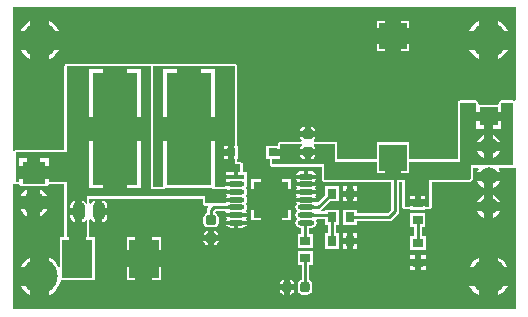
<source format=gtl>
G04*
G04 #@! TF.GenerationSoftware,Altium Limited,Altium Designer,19.1.6 (110)*
G04*
G04 Layer_Physical_Order=1*
G04 Layer_Color=255*
%FSLAX43Y43*%
%MOMM*%
G71*
G01*
G75*
%ADD13C,0.254*%
%ADD32R,0.800X0.750*%
%ADD33R,2.500X3.200*%
%ADD34R,0.900X0.800*%
%ADD35R,0.800X0.900*%
G04:AMPARAMS|DCode=36|XSize=0.9mm|YSize=0.8mm|CornerRadius=0.2mm|HoleSize=0mm|Usage=FLASHONLY|Rotation=0.000|XOffset=0mm|YOffset=0mm|HoleType=Round|Shape=RoundedRectangle|*
%AMROUNDEDRECTD36*
21,1,0.900,0.400,0,0,0.0*
21,1,0.500,0.800,0,0,0.0*
1,1,0.400,0.250,-0.200*
1,1,0.400,-0.250,-0.200*
1,1,0.400,-0.250,0.200*
1,1,0.400,0.250,0.200*
%
%ADD36ROUNDEDRECTD36*%
%ADD37R,1.400X0.450*%
%ADD38O,1.400X0.450*%
%ADD39R,3.000X3.100*%
%ADD40R,3.750X9.500*%
%ADD41R,0.950X0.800*%
G04:AMPARAMS|DCode=42|XSize=1.4mm|YSize=1mm|CornerRadius=0.25mm|HoleSize=0mm|Usage=FLASHONLY|Rotation=90.000|XOffset=0mm|YOffset=0mm|HoleType=Round|Shape=RoundedRectangle|*
%AMROUNDEDRECTD42*
21,1,1.400,0.500,0,0,90.0*
21,1,0.900,1.000,0,0,90.0*
1,1,0.500,0.250,0.450*
1,1,0.500,0.250,-0.450*
1,1,0.500,-0.250,-0.450*
1,1,0.500,-0.250,0.450*
%
%ADD42ROUNDEDRECTD42*%
G04:AMPARAMS|DCode=43|XSize=0.9mm|YSize=0.8mm|CornerRadius=0.2mm|HoleSize=0mm|Usage=FLASHONLY|Rotation=270.000|XOffset=0mm|YOffset=0mm|HoleType=Round|Shape=RoundedRectangle|*
%AMROUNDEDRECTD43*
21,1,0.900,0.400,0,0,270.0*
21,1,0.500,0.800,0,0,270.0*
1,1,0.400,-0.200,-0.250*
1,1,0.400,-0.200,0.250*
1,1,0.400,0.200,0.250*
1,1,0.400,0.200,-0.250*
%
%ADD43ROUNDEDRECTD43*%
%ADD44R,2.350X2.200*%
%ADD45C,3.000*%
%ADD46C,1.500*%
%ADD47R,1.500X1.500*%
%ADD48R,1.900X1.900*%
%ADD49C,1.900*%
%ADD50C,0.600*%
G36*
X92796Y67963D02*
X92683Y67891D01*
X92669Y67890D01*
X92600Y67904D01*
X91591D01*
X91587Y67903D01*
X91584Y67904D01*
X91549Y67895D01*
X91513Y67888D01*
X91510Y67886D01*
X91506Y67885D01*
X91477Y67864D01*
X91447Y67844D01*
X91445Y67841D01*
X91442Y67839D01*
X91423Y67808D01*
X91403Y67778D01*
X91402Y67774D01*
X91400Y67771D01*
X91359Y67661D01*
X91353Y67626D01*
X91346Y67590D01*
X91346Y67573D01*
X91260Y67490D01*
X89740D01*
X89654Y67573D01*
X89654Y67590D01*
X89647Y67626D01*
X89641Y67661D01*
X89600Y67771D01*
X89598Y67774D01*
X89597Y67778D01*
X89577Y67808D01*
X89558Y67839D01*
X89555Y67841D01*
X89553Y67844D01*
X89523Y67864D01*
X89494Y67885D01*
X89490Y67886D01*
X89487Y67888D01*
X89451Y67895D01*
X89416Y67904D01*
X89413Y67903D01*
X89409Y67904D01*
X88100D01*
X88022Y67888D01*
X87956Y67844D01*
X87912Y67778D01*
X87896Y67700D01*
Y62904D01*
X83775D01*
Y64350D01*
X81025D01*
Y62904D01*
X77704D01*
Y64200D01*
X77688Y64278D01*
X77644Y64344D01*
X77578Y64388D01*
X77500Y64404D01*
X75731D01*
X75723Y64412D01*
X75722Y64551D01*
X75738Y64562D01*
X75827Y64694D01*
X75845Y64785D01*
X75200D01*
X74555D01*
X74573Y64694D01*
X74661Y64562D01*
X74677Y64551D01*
X74677Y64528D01*
X74553Y64404D01*
X72880D01*
X72845Y64397D01*
X72809Y64391D01*
X72806Y64389D01*
X72802Y64388D01*
X72772Y64368D01*
X72741Y64350D01*
X72739Y64346D01*
X72736Y64344D01*
X72716Y64314D01*
X72695Y64285D01*
X72694Y64281D01*
X72691Y64278D01*
X72684Y64243D01*
X72676Y64208D01*
X72671Y64083D01*
X72549Y64075D01*
X71675D01*
Y62925D01*
X71996D01*
Y62500D01*
X72012Y62422D01*
X72056Y62356D01*
X72122Y62312D01*
X72200Y62296D01*
X76396D01*
Y61200D01*
X76412Y61122D01*
X76456Y61056D01*
X76522Y61012D01*
X76600Y60996D01*
X82267D01*
Y58638D01*
X81962Y58333D01*
X79350D01*
Y58650D01*
X78150D01*
Y57350D01*
X79350D01*
Y57667D01*
X82100D01*
X82228Y57692D01*
X82336Y57764D01*
X82836Y58264D01*
X82908Y58372D01*
X82933Y58500D01*
Y60996D01*
X83196D01*
Y58900D01*
X83212Y58822D01*
X83256Y58756D01*
X83322Y58712D01*
X83400Y58696D01*
X83850D01*
Y58650D01*
X85150D01*
Y58696D01*
X85500D01*
X85578Y58712D01*
X85644Y58756D01*
X85688Y58822D01*
X85704Y58900D01*
Y60996D01*
X88900D01*
X88900Y60996D01*
X88978Y61012D01*
X89044Y61056D01*
X89044Y61056D01*
X89144Y61156D01*
X89188Y61222D01*
X89204Y61300D01*
Y62196D01*
X89598D01*
X89654Y62082D01*
X89583Y61990D01*
X89529Y61860D01*
X90500D01*
X91471D01*
X91417Y61990D01*
X91346Y62082D01*
X91402Y62196D01*
X92600D01*
X92669Y62210D01*
X92683Y62209D01*
X92796Y62137D01*
Y50204D01*
X50204D01*
Y60859D01*
X50332Y60892D01*
X50356Y60856D01*
X50422Y60812D01*
X50500Y60796D01*
X50750D01*
X50850Y60686D01*
Y60620D01*
X53150D01*
Y60686D01*
X53250Y60796D01*
X54596D01*
Y56300D01*
X54250D01*
Y53814D01*
X54123Y53782D01*
X54004Y54005D01*
X53779Y54279D01*
X53505Y54504D01*
X53300Y54613D01*
Y53000D01*
Y51387D01*
X53505Y51496D01*
X53779Y51721D01*
X54004Y51995D01*
X54171Y52308D01*
X54274Y52647D01*
X54279Y52700D01*
X57150D01*
Y56300D01*
X56704D01*
Y57808D01*
X56822Y57869D01*
X56831Y57867D01*
X56926Y57726D01*
X57074Y57626D01*
X57200Y57601D01*
Y58500D01*
Y59399D01*
X57074Y59374D01*
X56926Y59274D01*
X56831Y59133D01*
X56822Y59131D01*
X56704Y59192D01*
Y59596D01*
X66296D01*
Y59200D01*
X66312Y59122D01*
X66356Y59056D01*
X66422Y59012D01*
X66500Y58996D01*
X66759D01*
X66807Y58879D01*
X66764Y58836D01*
X66692Y58728D01*
X66667Y58600D01*
Y58341D01*
X66594Y58327D01*
X66462Y58238D01*
X66373Y58106D01*
X66342Y57950D01*
Y57550D01*
X66373Y57394D01*
X66462Y57262D01*
X66594Y57173D01*
X66750Y57142D01*
X67250D01*
X67406Y57173D01*
X67538Y57262D01*
X67627Y57394D01*
X67658Y57550D01*
Y57950D01*
X67627Y58106D01*
X67538Y58238D01*
X67406Y58327D01*
X67333Y58341D01*
Y58462D01*
X67388Y58517D01*
X68223D01*
X68291Y58390D01*
X68275Y58366D01*
X68274Y58365D01*
X69150D01*
X70026D01*
X70025Y58366D01*
X69931Y58506D01*
Y58544D01*
X70025Y58684D01*
X70058Y58850D01*
X70025Y59016D01*
X69931Y59156D01*
Y59194D01*
X70025Y59334D01*
X70058Y59500D01*
X70025Y59666D01*
X69931Y59806D01*
Y59844D01*
X70025Y59984D01*
X70058Y60150D01*
X70025Y60316D01*
X69931Y60456D01*
Y60494D01*
X70025Y60634D01*
X70058Y60800D01*
X70039Y60898D01*
X70050Y61025D01*
D01*
D01*
X70050Y61025D01*
X70050D01*
X70050Y61025D01*
D01*
Y61579D01*
Y61875D01*
X69704D01*
Y62500D01*
X69688Y62578D01*
X69644Y62644D01*
X69578Y62688D01*
X69500Y62704D01*
X69204D01*
Y62925D01*
X69325D01*
Y64075D01*
X69204D01*
Y70800D01*
X69188Y70878D01*
X69144Y70944D01*
X69078Y70988D01*
X69000Y71004D01*
X62100D01*
X62022Y70988D01*
X61998Y70972D01*
X61974Y70988D01*
X61896Y71004D01*
X54800Y71004D01*
X54722Y70988D01*
X54656Y70944D01*
X54612Y70878D01*
X54596Y70800D01*
X54596Y63704D01*
X50500Y63704D01*
X50422Y63688D01*
X50356Y63644D01*
X50332Y63608D01*
X50204Y63641D01*
Y75796D01*
X92796D01*
Y67963D01*
D02*
G37*
G36*
X92600Y62400D02*
X90638D01*
X90500Y62418D01*
X90362Y62400D01*
X89000D01*
Y61300D01*
X88900Y61200D01*
X85500D01*
Y58900D01*
X85150D01*
Y58985D01*
X84500D01*
X83850D01*
Y58900D01*
X83400D01*
Y61200D01*
X76600D01*
Y62500D01*
X72200D01*
Y62925D01*
X72875D01*
Y63235D01*
X72275D01*
Y63765D01*
X72875D01*
Y64075D01*
X72875D01*
X72880Y64200D01*
X74675D01*
X74713Y64073D01*
X74662Y64038D01*
X74573Y63906D01*
X74555Y63815D01*
X75200D01*
X75845D01*
X75827Y63906D01*
X75738Y64038D01*
X75687Y64073D01*
X75725Y64200D01*
X77500D01*
Y62700D01*
X81025D01*
Y61750D01*
X81700D01*
Y63050D01*
X83100D01*
Y61750D01*
X83775D01*
Y62700D01*
X88100D01*
Y67700D01*
X89409D01*
X89450Y67590D01*
X89450Y67573D01*
Y66940D01*
X90500D01*
X91550D01*
Y67573D01*
X91550Y67590D01*
X91591Y67700D01*
X92600D01*
Y62400D01*
D02*
G37*
G36*
X61896Y70800D02*
Y60600D01*
X61900Y60580D01*
Y60500D01*
X61926D01*
X61956Y60456D01*
X62022Y60412D01*
X62100Y60396D01*
X62950D01*
X63028Y60412D01*
X63094Y60456D01*
X63124Y60500D01*
X67100Y60500D01*
X67100Y60400D01*
X67280D01*
X67300Y60396D01*
X68156D01*
X68168Y60398D01*
X68181Y60398D01*
X68188Y60400D01*
X68331Y60400D01*
X68275Y60316D01*
X68274Y60315D01*
X69150D01*
Y59985D01*
X68274D01*
X68275Y59984D01*
X68369Y59844D01*
X68396Y59825D01*
X68369Y59806D01*
X68275Y59666D01*
X68274Y59665D01*
X69150D01*
Y59335D01*
X68274D01*
X68275Y59334D01*
X68364Y59200D01*
X66500D01*
Y59800D01*
X56500D01*
Y58994D01*
X56474Y59126D01*
X56374Y59274D01*
X56226Y59374D01*
X56100Y59399D01*
Y58500D01*
Y57601D01*
X56226Y57626D01*
X56374Y57726D01*
X56474Y57874D01*
X56500Y58006D01*
Y56300D01*
X56400D01*
Y54500D01*
X55000D01*
Y56300D01*
X54800D01*
Y61000D01*
X53250D01*
Y61220D01*
X52000D01*
X50750D01*
Y61000D01*
X50500D01*
Y63500D01*
X54800Y63500D01*
X54800Y70800D01*
X61896Y70800D01*
Y70800D01*
D02*
G37*
G36*
X69000Y64075D02*
X68990D01*
Y63500D01*
Y62925D01*
X69000D01*
Y62500D01*
X69500D01*
Y61875D01*
X69315D01*
Y61450D01*
X69150D01*
Y61285D01*
X68250D01*
Y61025D01*
X68250Y61025D01*
X68255Y60965D01*
X69150D01*
Y60635D01*
X68184D01*
X68156Y60600D01*
X67300D01*
Y64500D01*
X65125D01*
X62950D01*
Y60600D01*
X62100D01*
Y70800D01*
X69000D01*
Y64075D01*
D02*
G37*
%LPC*%
G36*
X83775Y74650D02*
X83100D01*
Y74050D01*
X83775D01*
Y74650D01*
D02*
G37*
G36*
X81700D02*
X81025D01*
Y74050D01*
X81700D01*
Y74650D01*
D02*
G37*
G36*
X91300Y74613D02*
Y73800D01*
X92113D01*
X92004Y74005D01*
X91779Y74279D01*
X91505Y74504D01*
X91300Y74613D01*
D02*
G37*
G36*
X89700D02*
X89495Y74504D01*
X89221Y74279D01*
X88996Y74005D01*
X88887Y73800D01*
X89700D01*
Y74613D01*
D02*
G37*
G36*
X53300D02*
Y73800D01*
X54113D01*
X54004Y74005D01*
X53779Y74279D01*
X53505Y74504D01*
X53300Y74613D01*
D02*
G37*
G36*
X51700D02*
X51495Y74504D01*
X51221Y74279D01*
X50996Y74005D01*
X50887Y73800D01*
X51700D01*
Y74613D01*
D02*
G37*
G36*
X83775Y72650D02*
X83100D01*
Y72050D01*
X83775D01*
Y72650D01*
D02*
G37*
G36*
X81700D02*
X81025D01*
Y72050D01*
X81700D01*
Y72650D01*
D02*
G37*
G36*
X92113Y72200D02*
X91300D01*
Y71387D01*
X91505Y71496D01*
X91779Y71721D01*
X92004Y71995D01*
X92113Y72200D01*
D02*
G37*
G36*
X89700D02*
X88887D01*
X88996Y71995D01*
X89221Y71721D01*
X89495Y71496D01*
X89700Y71387D01*
Y72200D01*
D02*
G37*
G36*
X54113D02*
X53300D01*
Y71387D01*
X53505Y71496D01*
X53779Y71721D01*
X54004Y71995D01*
X54113Y72200D01*
D02*
G37*
G36*
X51700D02*
X50887D01*
X50996Y71995D01*
X51221Y71721D01*
X51495Y71496D01*
X51700Y71387D01*
Y72200D01*
D02*
G37*
G36*
X75465Y65655D02*
Y65315D01*
X75845D01*
X75827Y65406D01*
X75738Y65538D01*
X75606Y65627D01*
X75465Y65655D01*
D02*
G37*
G36*
X74935Y65655D02*
X74794Y65627D01*
X74661Y65538D01*
X74573Y65406D01*
X74555Y65315D01*
X74935D01*
Y65655D01*
D02*
G37*
G36*
X75525Y61883D02*
X75215D01*
Y61615D01*
X75926D01*
X75925Y61616D01*
X75831Y61756D01*
X75691Y61850D01*
X75525Y61883D01*
D02*
G37*
G36*
X74885D02*
X74575D01*
X74409Y61850D01*
X74269Y61756D01*
X74175Y61616D01*
X74174Y61615D01*
X74885D01*
Y61883D01*
D02*
G37*
G36*
X75926Y61285D02*
X75050D01*
X74174D01*
X74175Y61284D01*
X74269Y61144D01*
Y61106D01*
X74175Y60966D01*
X74174Y60965D01*
X75050D01*
X75926D01*
X75925Y60966D01*
X75831Y61106D01*
Y61144D01*
X75925Y61284D01*
X75926Y61285D01*
D02*
G37*
G36*
X90100Y61060D02*
X89529D01*
X89583Y60930D01*
X89751Y60711D01*
X89970Y60543D01*
X90100Y60489D01*
Y61060D01*
D02*
G37*
G36*
X91471D02*
X90900D01*
Y60489D01*
X91030Y60543D01*
X91249Y60711D01*
X91417Y60930D01*
X91471Y61060D01*
D02*
G37*
G36*
X73800Y61250D02*
X73000D01*
Y60400D01*
X73800D01*
Y61250D01*
D02*
G37*
G36*
X71200D02*
X70400D01*
Y60400D01*
X71200D01*
Y61250D01*
D02*
G37*
G36*
X75926Y60635D02*
X75050D01*
X74174D01*
X74175Y60634D01*
X74269Y60494D01*
Y60456D01*
X74175Y60316D01*
X74174Y60315D01*
X75050D01*
X75925D01*
X75925Y60316D01*
X75831Y60456D01*
Y60494D01*
X75925Y60634D01*
X75926Y60635D01*
D02*
G37*
G36*
X79350Y60650D02*
X79015D01*
Y60265D01*
X79350D01*
Y60650D01*
D02*
G37*
G36*
X78485D02*
X78150D01*
Y60265D01*
X78485D01*
Y60650D01*
D02*
G37*
G36*
X52550Y60355D02*
Y59780D01*
X53125D01*
X53092Y59860D01*
X52892Y60122D01*
X52630Y60322D01*
X52550Y60355D01*
D02*
G37*
G36*
X51450D02*
X51370Y60322D01*
X51108Y60122D01*
X50908Y59860D01*
X50875Y59780D01*
X51450D01*
Y60355D01*
D02*
G37*
G36*
X75926Y59985D02*
X75050D01*
X74174D01*
X74175Y59984D01*
X74215Y59923D01*
X74260Y59825D01*
X74215Y59727D01*
X74189Y59688D01*
X74175Y59666D01*
X74174Y59665D01*
X75050D01*
X75926D01*
X75925Y59666D01*
X75885Y59727D01*
X75840Y59825D01*
X75885Y59923D01*
X75925Y59984D01*
X75926Y59985D01*
D02*
G37*
G36*
X79350Y59735D02*
X79015D01*
Y59350D01*
X79350D01*
Y59735D01*
D02*
G37*
G36*
X78485D02*
X78150D01*
Y59350D01*
X78485D01*
Y59735D01*
D02*
G37*
G36*
X90900Y59891D02*
Y59320D01*
X91471D01*
X91417Y59450D01*
X91249Y59669D01*
X91030Y59837D01*
X90900Y59891D01*
D02*
G37*
G36*
X90100Y59891D02*
X89970Y59837D01*
X89751Y59669D01*
X89583Y59450D01*
X89529Y59320D01*
X90100D01*
Y59891D01*
D02*
G37*
G36*
X77850Y60650D02*
X76650D01*
Y59897D01*
X76034Y59281D01*
X75986Y59305D01*
X75952Y59335D01*
X75050D01*
X74174D01*
X74175Y59334D01*
X74269Y59194D01*
Y59156D01*
X74175Y59016D01*
X74142Y58850D01*
X74175Y58684D01*
X74269Y58544D01*
Y58506D01*
X74175Y58366D01*
X74142Y58200D01*
X74175Y58034D01*
X74269Y57894D01*
Y57856D01*
X74175Y57716D01*
X74142Y57550D01*
X74175Y57384D01*
X74269Y57244D01*
X74409Y57150D01*
X74575Y57117D01*
X74617D01*
Y56625D01*
X74350D01*
Y55425D01*
X75650D01*
Y56625D01*
X75283D01*
Y57117D01*
X75525D01*
X75691Y57150D01*
X75831Y57244D01*
X75925Y57384D01*
X75958Y57550D01*
X75925Y57716D01*
X75909Y57740D01*
X75977Y57867D01*
X76650D01*
Y57350D01*
X76892D01*
Y56650D01*
X76650D01*
Y55350D01*
X77850D01*
Y56650D01*
X77558D01*
Y57350D01*
X77850D01*
Y58650D01*
X76650D01*
Y58533D01*
X76410D01*
X76357Y58660D01*
X77046Y59350D01*
X77850D01*
Y59800D01*
Y60650D01*
D02*
G37*
G36*
X57800Y59399D02*
Y58800D01*
X58209D01*
Y58950D01*
X58174Y59126D01*
X58074Y59274D01*
X57926Y59374D01*
X57800Y59399D01*
D02*
G37*
G36*
X53125Y58680D02*
X52550D01*
Y58105D01*
X52630Y58138D01*
X52892Y58338D01*
X53092Y58600D01*
X53125Y58680D01*
D02*
G37*
G36*
X51450D02*
X50875D01*
X50908Y58600D01*
X51108Y58338D01*
X51370Y58138D01*
X51450Y58105D01*
Y58680D01*
D02*
G37*
G36*
X90100Y58520D02*
X89529D01*
X89583Y58390D01*
X89751Y58171D01*
X89970Y58003D01*
X90100Y57949D01*
Y58520D01*
D02*
G37*
G36*
X91471D02*
X90900D01*
Y57949D01*
X91030Y58003D01*
X91249Y58171D01*
X91417Y58390D01*
X91471Y58520D01*
D02*
G37*
G36*
X73800Y58600D02*
X73000D01*
Y57750D01*
X73800D01*
Y58600D01*
D02*
G37*
G36*
X71200D02*
X70400D01*
Y57750D01*
X71200D01*
Y58600D01*
D02*
G37*
G36*
X70026Y58035D02*
X69150D01*
X68274D01*
X68275Y58034D01*
X68369Y57894D01*
Y57856D01*
X68275Y57716D01*
X68274Y57715D01*
X69150D01*
X70026D01*
X70025Y57716D01*
X69931Y57856D01*
Y57894D01*
X70025Y58034D01*
X70026Y58035D01*
D02*
G37*
G36*
X58209Y58200D02*
X57800D01*
Y57601D01*
X57926Y57626D01*
X58074Y57726D01*
X58174Y57874D01*
X58209Y58050D01*
Y58200D01*
D02*
G37*
G36*
X70026Y57385D02*
X69315D01*
Y57117D01*
X69625D01*
X69791Y57150D01*
X69931Y57244D01*
X70025Y57384D01*
X70026Y57385D01*
D02*
G37*
G36*
X68985D02*
X68274D01*
X68275Y57384D01*
X68353Y57267D01*
X68369Y57244D01*
X68509Y57150D01*
X68675Y57117D01*
X68985D01*
Y57385D01*
D02*
G37*
G36*
X67265Y56855D02*
Y56515D01*
X67645D01*
X67627Y56606D01*
X67539Y56738D01*
X67487Y56773D01*
D01*
X67406Y56827D01*
X67265Y56855D01*
D02*
G37*
G36*
X66735D02*
X66594Y56827D01*
X66514Y56773D01*
D01*
X66462Y56738D01*
X66373Y56606D01*
X66355Y56515D01*
X66735D01*
Y56855D01*
D02*
G37*
G36*
X79350Y56650D02*
X79015D01*
Y56265D01*
X79350D01*
Y56650D01*
D02*
G37*
G36*
X78485D02*
X78150D01*
Y56265D01*
X78485D01*
Y56650D01*
D02*
G37*
G36*
X67645Y55985D02*
X67265D01*
Y55645D01*
X67406Y55673D01*
X67539Y55762D01*
X67627Y55894D01*
X67645Y55985D01*
D02*
G37*
G36*
X66735D02*
X66355D01*
X66373Y55894D01*
X66462Y55762D01*
X66594Y55673D01*
X66735Y55645D01*
Y55985D01*
D02*
G37*
G36*
X79350Y55735D02*
X79015D01*
Y55350D01*
X79350D01*
Y55735D01*
D02*
G37*
G36*
X78485D02*
X78150D01*
Y55350D01*
X78485D01*
Y55735D01*
D02*
G37*
G36*
X85150Y58350D02*
X83850D01*
Y57150D01*
X84167D01*
Y56425D01*
X83825D01*
Y55225D01*
X85175D01*
Y56425D01*
X84833D01*
Y57150D01*
X85150D01*
Y58350D01*
D02*
G37*
G36*
X62750Y56300D02*
X62000D01*
Y55200D01*
X62750D01*
Y56300D01*
D02*
G37*
G36*
X60600D02*
X59850D01*
Y55200D01*
X60600D01*
Y56300D01*
D02*
G37*
G36*
X85175Y54775D02*
X84765D01*
Y54440D01*
X85175D01*
Y54775D01*
D02*
G37*
G36*
X84235D02*
X83825D01*
Y54440D01*
X84235D01*
Y54775D01*
D02*
G37*
G36*
X91300Y54613D02*
Y53800D01*
X92113D01*
X92004Y54005D01*
X91779Y54279D01*
X91505Y54504D01*
X91300Y54613D01*
D02*
G37*
G36*
X89700D02*
X89495Y54504D01*
X89221Y54279D01*
X88996Y54005D01*
X88887Y53800D01*
X89700D01*
Y54613D01*
D02*
G37*
G36*
X51700D02*
X51495Y54504D01*
X51221Y54279D01*
X50996Y54005D01*
X50887Y53800D01*
X51700D01*
Y54613D01*
D02*
G37*
G36*
X85175Y53910D02*
X84765D01*
Y53575D01*
X85175D01*
Y53910D01*
D02*
G37*
G36*
X84235D02*
X83825D01*
Y53575D01*
X84235D01*
Y53910D01*
D02*
G37*
G36*
X62750Y53800D02*
X62000D01*
Y52700D01*
X62750D01*
Y53800D01*
D02*
G37*
G36*
X60600D02*
X59850D01*
Y52700D01*
X60600D01*
Y53800D01*
D02*
G37*
G36*
X73715Y52745D02*
Y52365D01*
X74055D01*
X74027Y52506D01*
X73938Y52638D01*
X73806Y52727D01*
X73715Y52745D01*
D02*
G37*
G36*
X73185D02*
X73094Y52727D01*
X72962Y52638D01*
X72873Y52506D01*
X72845Y52365D01*
X73185D01*
Y52745D01*
D02*
G37*
G36*
Y51835D02*
X72845D01*
X72873Y51694D01*
X72962Y51561D01*
X73094Y51473D01*
X73185Y51455D01*
Y51835D01*
D02*
G37*
G36*
X74055D02*
X73715D01*
Y51455D01*
X73806Y51473D01*
X73938Y51561D01*
X74027Y51694D01*
X74055Y51835D01*
D02*
G37*
G36*
X75650Y55125D02*
X74350D01*
Y53925D01*
X74667D01*
Y52741D01*
X74594Y52727D01*
X74462Y52638D01*
X74373Y52506D01*
X74342Y52350D01*
Y51850D01*
X74373Y51694D01*
X74462Y51562D01*
X74594Y51473D01*
X74750Y51442D01*
X75150D01*
X75306Y51473D01*
X75438Y51562D01*
X75527Y51694D01*
X75558Y51850D01*
Y52350D01*
X75527Y52506D01*
X75438Y52638D01*
X75333Y52709D01*
Y53925D01*
X75650D01*
Y55125D01*
D02*
G37*
G36*
X92113Y52200D02*
X91300D01*
Y51387D01*
X91505Y51496D01*
X91779Y51721D01*
X92004Y51995D01*
X92113Y52200D01*
D02*
G37*
G36*
X89700D02*
X88887D01*
X88996Y51995D01*
X89221Y51721D01*
X89495Y51496D01*
X89700Y51387D01*
Y52200D01*
D02*
G37*
G36*
X51700D02*
X50887D01*
X50996Y51995D01*
X51221Y51721D01*
X51495Y51496D01*
X51700Y51387D01*
Y52200D01*
D02*
G37*
G36*
X91550Y66140D02*
X90900D01*
Y65490D01*
X91550D01*
Y66140D01*
D02*
G37*
G36*
X90100D02*
X89450D01*
Y65490D01*
X90100D01*
Y66140D01*
D02*
G37*
G36*
X90900Y64971D02*
Y64400D01*
X91471D01*
X91417Y64530D01*
X91249Y64749D01*
X91030Y64917D01*
X90900Y64971D01*
D02*
G37*
G36*
X90100Y64971D02*
X89970Y64917D01*
X89751Y64749D01*
X89583Y64530D01*
X89529Y64400D01*
X90100D01*
Y64971D01*
D02*
G37*
G36*
Y63600D02*
X89529D01*
X89583Y63470D01*
X89751Y63251D01*
X89970Y63083D01*
X90100Y63029D01*
Y63600D01*
D02*
G37*
G36*
X91471D02*
X90900D01*
Y63029D01*
X91030Y63083D01*
X91249Y63251D01*
X91417Y63470D01*
X91471Y63600D01*
D02*
G37*
G36*
X75845Y63285D02*
X75465D01*
Y62945D01*
X75606Y62973D01*
X75738Y63062D01*
X75827Y63194D01*
X75845Y63285D01*
D02*
G37*
G36*
X74935D02*
X74555D01*
X74573Y63194D01*
X74662Y63062D01*
X74794Y62973D01*
X74935Y62945D01*
Y63285D01*
D02*
G37*
G36*
X85150Y59850D02*
X84765D01*
Y59515D01*
X85150D01*
Y59850D01*
D02*
G37*
G36*
X84235D02*
X83850D01*
Y59515D01*
X84235D01*
Y59850D01*
D02*
G37*
G36*
X61050Y70550D02*
X59875D01*
Y66500D01*
X61050D01*
Y70550D01*
D02*
G37*
G36*
X57875D02*
X56700D01*
Y66500D01*
X57875D01*
Y70550D01*
D02*
G37*
G36*
X53250Y63020D02*
X52550D01*
Y62320D01*
X53250D01*
Y63020D01*
D02*
G37*
G36*
X51450D02*
X50750D01*
Y62320D01*
X51450D01*
Y63020D01*
D02*
G37*
G36*
X61050Y64500D02*
X59875D01*
Y60450D01*
X61050D01*
Y64500D01*
D02*
G37*
G36*
X57875D02*
X56700D01*
Y60450D01*
X57875D01*
Y64500D01*
D02*
G37*
G36*
X55500Y59399D02*
X55374Y59374D01*
X55226Y59274D01*
X55126Y59126D01*
X55091Y58950D01*
Y58800D01*
X55500D01*
Y59399D01*
D02*
G37*
G36*
Y58200D02*
X55091D01*
Y58050D01*
X55126Y57874D01*
X55226Y57726D01*
X55374Y57626D01*
X55500Y57601D01*
Y58200D01*
D02*
G37*
G36*
X67300Y70550D02*
X66125D01*
Y66500D01*
X67300D01*
Y70550D01*
D02*
G37*
G36*
X64125D02*
X62950D01*
Y66500D01*
X64125D01*
Y70550D01*
D02*
G37*
G36*
X68460Y64075D02*
X68125D01*
Y63765D01*
X68460D01*
Y64075D01*
D02*
G37*
G36*
Y63235D02*
X68125D01*
Y62925D01*
X68460D01*
Y63235D01*
D02*
G37*
G36*
X68985Y61875D02*
X68250D01*
Y61615D01*
X68985D01*
Y61875D01*
D02*
G37*
%LPD*%
D13*
X74950Y58850D02*
X75050D01*
X76075D01*
X75050Y58200D02*
X77025D01*
X75050D02*
X77025D01*
X74950Y57450D02*
Y57550D01*
X75000Y52150D02*
Y54500D01*
X82600Y58500D02*
Y61400D01*
X82100Y58000D02*
X82600Y58500D01*
X78775Y58000D02*
X82100D01*
X84500Y55825D02*
Y57725D01*
X74950Y58200D02*
X75050D01*
X67250Y58850D02*
X69050D01*
X67000Y58600D02*
X67250Y58850D01*
X67000Y57750D02*
Y58600D01*
X77225Y56000D02*
Y58000D01*
X74950Y56100D02*
Y57450D01*
X77025Y58200D02*
X77225Y58000D01*
X74950Y58200D02*
X75050D01*
X76075Y58850D02*
X77225Y60000D01*
D32*
X72275Y63500D02*
D03*
X68725D02*
D03*
D33*
X55700Y54500D02*
D03*
X61300D02*
D03*
D34*
X84500Y59250D02*
D03*
X84500Y57750D02*
D03*
X75000Y56025D02*
D03*
X75000Y54525D02*
D03*
D35*
X77250Y56000D02*
D03*
X78750Y56000D02*
D03*
Y58000D02*
D03*
X77250Y58000D02*
D03*
Y60000D02*
D03*
X78750Y60000D02*
D03*
D36*
X67000Y56250D02*
D03*
X67000Y57750D02*
D03*
X75200Y63550D02*
D03*
X75200Y65050D02*
D03*
D37*
X69150Y61450D02*
D03*
D38*
Y60800D02*
D03*
Y60150D02*
D03*
Y59500D02*
D03*
Y58850D02*
D03*
Y58200D02*
D03*
Y57550D02*
D03*
X75050Y61450D02*
D03*
Y60800D02*
D03*
Y60150D02*
D03*
Y59500D02*
D03*
Y58850D02*
D03*
Y58200D02*
D03*
Y57550D02*
D03*
D39*
X72100Y59500D02*
D03*
D40*
X65125Y65500D02*
D03*
X58875D02*
D03*
D41*
X84500Y55825D02*
D03*
Y54175D02*
D03*
D42*
X55800Y58500D02*
D03*
X57500D02*
D03*
D43*
X74950Y52100D02*
D03*
X73450Y52100D02*
D03*
D44*
X82400Y73350D02*
D03*
Y63050D02*
D03*
D45*
X90500Y73000D02*
D03*
Y53000D02*
D03*
X52500D02*
D03*
Y73000D02*
D03*
D46*
X90500Y58920D02*
D03*
Y61460D02*
D03*
Y64000D02*
D03*
D47*
Y66540D02*
D03*
D48*
X52000Y61770D02*
D03*
D49*
Y59230D02*
D03*
D50*
X90000Y69000D02*
D03*
X91500Y60000D02*
D03*
X90000Y57000D02*
D03*
Y51000D02*
D03*
X88500Y72000D02*
D03*
X87000Y69000D02*
D03*
X88500Y60000D02*
D03*
X87000Y57000D02*
D03*
X88500Y54000D02*
D03*
X87000Y51000D02*
D03*
X85500Y72000D02*
D03*
X84000Y69000D02*
D03*
X85500Y66000D02*
D03*
Y54000D02*
D03*
X84000Y51000D02*
D03*
X81000Y69000D02*
D03*
X82500Y66000D02*
D03*
X81000Y57000D02*
D03*
X82500Y54000D02*
D03*
X81000Y51000D02*
D03*
X79500Y72000D02*
D03*
X78000Y69000D02*
D03*
X79500Y66000D02*
D03*
X78000Y57000D02*
D03*
X79500Y54000D02*
D03*
X78000Y51000D02*
D03*
X76500Y72000D02*
D03*
X75000Y69000D02*
D03*
X76500Y66000D02*
D03*
Y54000D02*
D03*
X75000Y51000D02*
D03*
X73500Y72000D02*
D03*
X72000Y69000D02*
D03*
X73500Y66000D02*
D03*
X72000Y57000D02*
D03*
X73500Y54000D02*
D03*
X72000Y51000D02*
D03*
X70500Y72000D02*
D03*
Y66000D02*
D03*
Y54000D02*
D03*
X69000Y51000D02*
D03*
X67500Y72000D02*
D03*
X66000Y57000D02*
D03*
X67500Y54000D02*
D03*
X66000Y51000D02*
D03*
X64500Y72000D02*
D03*
X63000Y57000D02*
D03*
X64500Y54000D02*
D03*
X63000Y51000D02*
D03*
X61500Y72000D02*
D03*
X60000Y57000D02*
D03*
Y51000D02*
D03*
X58500Y72000D02*
D03*
Y54000D02*
D03*
X57000Y51000D02*
D03*
X55500Y72000D02*
D03*
X54000Y69000D02*
D03*
Y57000D02*
D03*
Y51000D02*
D03*
X51000Y69000D02*
D03*
X52500Y66000D02*
D03*
X51000Y57000D02*
D03*
Y51000D02*
D03*
X71400Y58900D02*
D03*
X72800D02*
D03*
Y60100D02*
D03*
X71400D02*
D03*
M02*

</source>
